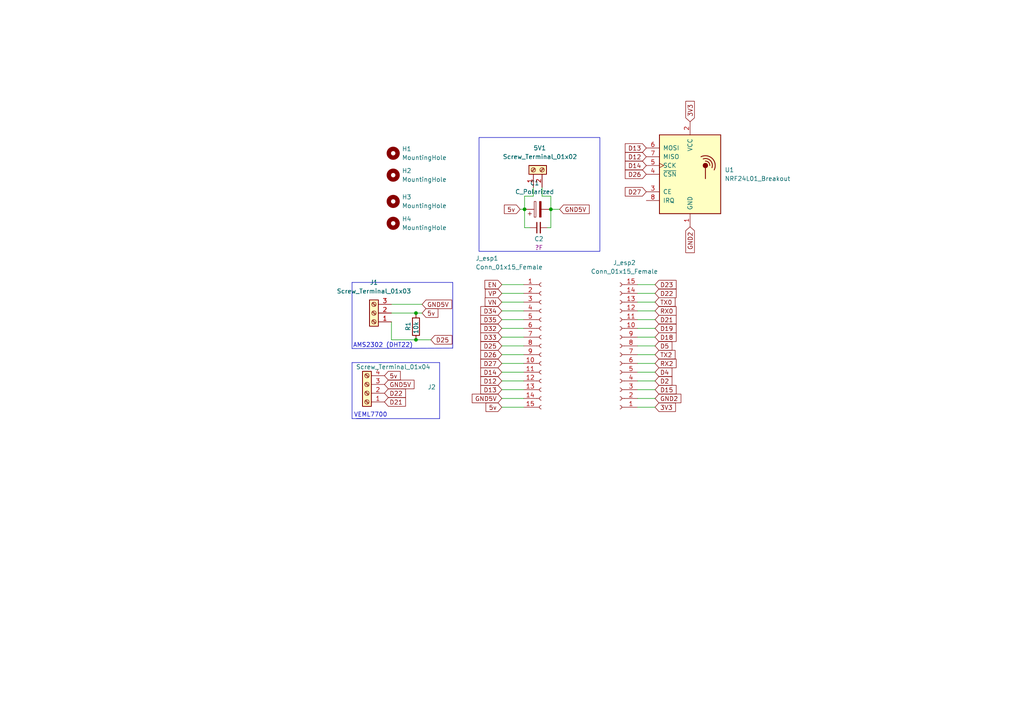
<source format=kicad_sch>
(kicad_sch (version 20230121) (generator eeschema)
  (paper "A4")
  (lib_symbols
    (symbol "Connector:Conn_01x15_Female" (pin_names (offset 1.016) hide)
      (property "Reference" "J" (at 0 20.32 0))
      (property "Value" "Conn_01x15_Female" (at 0 -20.32 0))
      (symbol "Conn_01x15_Female_1_1"
        (arc (start 0 -17.272) (mid -0.5058 -17.78) (end 0 -18.288) (stroke (width 0.1524)))
        (arc (start 0 -14.732) (mid -0.5058 -15.24) (end 0 -15.748) (stroke (width 0.1524)))
        (arc (start 0 -12.192) (mid -0.5058 -12.7) (end 0 -13.208) (stroke (width 0.1524)))
        (arc (start 0 -9.652) (mid -0.5058 -10.16) (end 0 -10.668) (stroke (width 0.1524)))
        (arc (start 0 -7.112) (mid -0.5058 -7.62) (end 0 -8.128) (stroke (width 0.1524)))
        (arc (start 0 -4.572) (mid -0.5058 -5.08) (end 0 -5.588) (stroke (width 0.1524)))
        (arc (start 0 -2.032) (mid -0.5058 -2.54) (end 0 -3.048) (stroke (width 0.1524)))
        (polyline (pts (xy -1.27 -17.78) (xy -0.508 -17.78)) (stroke (width 0.1524)))
        (polyline (pts (xy -1.27 -15.24) (xy -0.508 -15.24)) (stroke (width 0.1524)))
        (polyline (pts (xy -1.27 -12.7) (xy -0.508 -12.7)) (stroke (width 0.1524)))
        (polyline (pts (xy -1.27 -10.16) (xy -0.508 -10.16)) (stroke (width 0.1524)))
        (polyline (pts (xy -1.27 -7.62) (xy -0.508 -7.62)) (stroke (width 0.1524)))
        (polyline (pts (xy -1.27 -5.08) (xy -0.508 -5.08)) (stroke (width 0.1524)))
        (polyline (pts (xy -1.27 -2.54) (xy -0.508 -2.54)) (stroke (width 0.1524)))
        (polyline (pts (xy -1.27 0) (xy -0.508 0)) (stroke (width 0.1524)))
        (polyline (pts (xy -1.27 2.54) (xy -0.508 2.54)) (stroke (width 0.1524)))
        (polyline (pts (xy -1.27 5.08) (xy -0.508 5.08)) (stroke (width 0.1524)))
        (polyline (pts (xy -1.27 7.62) (xy -0.508 7.62)) (stroke (width 0.1524)))
        (polyline (pts (xy -1.27 10.16) (xy -0.508 10.16)) (stroke (width 0.1524)))
        (polyline (pts (xy -1.27 12.7) (xy -0.508 12.7)) (stroke (width 0.1524)))
        (polyline (pts (xy -1.27 15.24) (xy -0.508 15.24)) (stroke (width 0.1524)))
        (polyline (pts (xy -1.27 17.78) (xy -0.508 17.78)) (stroke (width 0.1524)))
        (arc (start 0 0.508) (mid -0.5058 0) (end 0 -0.508) (stroke (width 0.1524)))
        (arc (start 0 3.048) (mid -0.5058 2.54) (end 0 2.032) (stroke (width 0.1524)))
        (arc (start 0 5.588) (mid -0.5058 5.08) (end 0 4.572) (stroke (width 0.1524)))
        (arc (start 0 8.128) (mid -0.5058 7.62) (end 0 7.112) (stroke (width 0.1524)))
        (arc (start 0 10.668) (mid -0.5058 10.16) (end 0 9.652) (stroke (width 0.1524)))
        (arc (start 0 13.208) (mid -0.5058 12.7) (end 0 12.192) (stroke (width 0.1524)))
        (arc (start 0 15.748) (mid -0.5058 15.24) (end 0 14.732) (stroke (width 0.1524)))
        (arc (start 0 18.288) (mid -0.5058 17.78) (end 0 17.272) (stroke (width 0.1524)))
        (pin passive line (at -5.08 17.78 0) (length 3.81) (name "Pin_1") (number "1"))
        (pin passive line (at -5.08 -5.08 0) (length 3.81) (name "Pin_10") (number "10"))
        (pin passive line (at -5.08 -7.62 0) (length 3.81) (name "Pin_11") (number "11"))
        (pin passive line (at -5.08 -10.16 0) (length 3.81) (name "Pin_12") (number "12"))
        (pin passive line (at -5.08 -12.7 0) (length 3.81) (name "Pin_13") (number "13"))
        (pin passive line (at -5.08 -15.24 0) (length 3.81) (name "Pin_14") (number "14"))
        (pin passive line (at -5.08 -17.78 0) (length 3.81) (name "Pin_15") (number "15"))
        (pin passive line (at -5.08 15.24 0) (length 3.81) (name "Pin_2") (number "2"))
        (pin passive line (at -5.08 12.7 0) (length 3.81) (name "Pin_3") (number "3"))
        (pin passive line (at -5.08 10.16 0) (length 3.81) (name "Pin_4") (number "4"))
        (pin passive line (at -5.08 7.62 0) (length 3.81) (name "Pin_5") (number "5"))
        (pin passive line (at -5.08 5.08 0) (length 3.81) (name "Pin_6") (number "6"))
        (pin passive line (at -5.08 2.54 0) (length 3.81) (name "Pin_7") (number "7"))
        (pin passive line (at -5.08 0 0) (length 3.81) (name "Pin_8") (number "8"))
        (pin passive line (at -5.08 -2.54 0) (length 3.81) (name "Pin_9") (number "9"))
      )
    )
    (symbol "Connector:Screw_Terminal_01x02" (pin_names (offset 1.016) hide)
      (property "Reference" "J" (at 0 2.54 0))
      (property "Value" "Screw_Terminal_01x02" (at 0 -5.08 0))
      (symbol "Screw_Terminal_01x02_1_1"
        (rectangle (start -1.27 1.27) (end 1.27 -3.81) (stroke (width 0.254)) (fill (type background)))
        (circle (center 0 -2.54) (radius 0.635) (stroke (width 0.1524)))
        (polyline (pts (xy -0.5334 -2.2098) (xy 0.3302 -3.048)) (stroke (width 0.1524)))
        (polyline (pts (xy -0.5334 0.3302) (xy 0.3302 -0.508)) (stroke (width 0.1524)))
        (polyline (pts (xy -0.3556 -2.032) (xy 0.508 -2.8702)) (stroke (width 0.1524)))
        (polyline (pts (xy -0.3556 0.508) (xy 0.508 -0.3302)) (stroke (width 0.1524)))
        (circle (center 0 0) (radius 0.635) (stroke (width 0.1524)))
        (pin passive line (at -5.08 0 0) (length 3.81) (name "Pin_1") (number "1"))
        (pin passive line (at -5.08 -2.54 0) (length 3.81) (name "Pin_2") (number "2"))
      )
    )
    (symbol "Connector:Screw_Terminal_01x03" (pin_names (offset 1.016) hide)
      (property "Reference" "J" (at 0 5.08 0))
      (property "Value" "Screw_Terminal_01x03" (at 0 -5.08 0))
      (symbol "Screw_Terminal_01x03_1_1"
        (rectangle (start -1.27 3.81) (end 1.27 -3.81) (stroke (width 0.254)) (fill (type background)))
        (circle (center 0 -2.54) (radius 0.635) (stroke (width 0.1524)))
        (polyline (pts (xy -0.5334 -2.2098) (xy 0.3302 -3.048)) (stroke (width 0.1524)))
        (polyline (pts (xy -0.5334 0.3302) (xy 0.3302 -0.508)) (stroke (width 0.1524)))
        (polyline (pts (xy -0.5334 2.8702) (xy 0.3302 2.032)) (stroke (width 0.1524)))
        (polyline (pts (xy -0.3556 -2.032) (xy 0.508 -2.8702)) (stroke (width 0.1524)))
        (polyline (pts (xy -0.3556 0.508) (xy 0.508 -0.3302)) (stroke (width 0.1524)))
        (polyline (pts (xy -0.3556 3.048) (xy 0.508 2.2098)) (stroke (width 0.1524)))
        (circle (center 0 0) (radius 0.635) (stroke (width 0.1524)))
        (circle (center 0 2.54) (radius 0.635) (stroke (width 0.1524)))
        (pin passive line (at -5.08 2.54 0) (length 3.81) (name "Pin_1") (number "1"))
        (pin passive line (at -5.08 0 0) (length 3.81) (name "Pin_2") (number "2"))
        (pin passive line (at -5.08 -2.54 0) (length 3.81) (name "Pin_3") (number "3"))
      )
    )
    (symbol "Connector:Screw_Terminal_01x04" (pin_names (offset 1.016) hide)
      (property "Reference" "J" (at 0 5.08 0))
      (property "Value" "Screw_Terminal_01x04" (at 0 -7.62 0))
      (symbol "Screw_Terminal_01x04_1_1"
        (rectangle (start -1.27 3.81) (end 1.27 -6.35) (stroke (width 0.254)) (fill (type background)))
        (circle (center 0 -5.08) (radius 0.635) (stroke (width 0.1524)))
        (circle (center 0 -2.54) (radius 0.635) (stroke (width 0.1524)))
        (polyline (pts (xy -0.5334 -4.7498) (xy 0.3302 -5.588)) (stroke (width 0.1524)))
        (polyline (pts (xy -0.5334 -2.2098) (xy 0.3302 -3.048)) (stroke (width 0.1524)))
        (polyline (pts (xy -0.5334 0.3302) (xy 0.3302 -0.508)) (stroke (width 0.1524)))
        (polyline (pts (xy -0.5334 2.8702) (xy 0.3302 2.032)) (stroke (width 0.1524)))
        (polyline (pts (xy -0.3556 -4.572) (xy 0.508 -5.4102)) (stroke (width 0.1524)))
        (polyline (pts (xy -0.3556 -2.032) (xy 0.508 -2.8702)) (stroke (width 0.1524)))
        (polyline (pts (xy -0.3556 0.508) (xy 0.508 -0.3302)) (stroke (width 0.1524)))
        (polyline (pts (xy -0.3556 3.048) (xy 0.508 2.2098)) (stroke (width 0.1524)))
        (circle (center 0 0) (radius 0.635) (stroke (width 0.1524)))
        (circle (center 0 2.54) (radius 0.635) (stroke (width 0.1524)))
        (pin passive line (at -5.08 2.54 0) (length 3.81) (name "Pin_1") (number "1"))
        (pin passive line (at -5.08 0 0) (length 3.81) (name "Pin_2") (number "2"))
        (pin passive line (at -5.08 -2.54 0) (length 3.81) (name "Pin_3") (number "3"))
        (pin passive line (at -5.08 -5.08 0) (length 3.81) (name "Pin_4") (number "4"))
      )
    )
    (symbol "Device:C_Polarized" (pin_numbers hide) (pin_names (offset 0.254))
      (property "Reference" "C" (at 0.635 2.54 0))
      (property "Value" "C_Polarized" (at 0.635 -2.54 0))
      (symbol "C_Polarized_0_1"
        (rectangle (start -2.286 0.508) (end 2.286 1.016))
        (polyline (pts (xy -1.778 2.286) (xy -0.762 2.286)))
        (polyline (pts (xy -1.27 2.794) (xy -1.27 1.778)))
        (rectangle (start 2.286 -0.508) (end -2.286 -1.016) (fill (type outline)))
      )
      (symbol "C_Polarized_1_1"
        (pin passive line (at 0 3.81 270) (length 2.794) (name "~") (number "1"))
        (pin passive line (at 0 -3.81 90) (length 2.794) (name "~") (number "2"))
      )
    )
    (symbol "Device:R" (pin_numbers hide) (pin_names (offset 0))
      (property "Reference" "R" (at 2.032 0 90))
      (property "Value" "R" (at 0 0 90))
      (symbol "R_0_1"
        (rectangle (start -1.016 -2.54) (end 1.016 2.54) (stroke (width 0.254)))
      )
      (symbol "R_1_1"
        (pin passive line (at 0 3.81 270) (length 1.27) (name "~") (number "1"))
        (pin passive line (at 0 -3.81 90) (length 1.27) (name "~") (number "2"))
      )
    )
    (symbol "Mechanical:MountingHole" (pin_names (offset 1.016))
      (property "Reference" "H" (at 0 5.08 0))
      (property "Value" "MountingHole" (at 0 3.175 0))
      (symbol "MountingHole_0_1"
        (circle (center 0 0) (radius 1.27) (stroke (width 1.27)))
      )
    )
    (symbol "PCM_4ms_Capacitor:C_Generic" (pin_numbers hide) (pin_names (offset 0.254) hide)
      (property "Reference" "C" (at 1.905 1.016 0))
      (property "Display" "?F" (at 1.905 -1.27 0))
      (symbol "C_Generic_0_1"
        (polyline (pts (xy -1.524 -0.508) (xy 1.524 -0.508)) (stroke (width 0.3302)))
        (polyline (pts (xy -1.524 0.508) (xy 1.524 0.508)) (stroke (width 0.3048)))
      )
      (symbol "C_Generic_1_1"
        (pin passive line (at 0 2.54 270) (length 2.032) (name "~") (number "1"))
        (pin passive line (at 0 -2.54 90) (length 2.032) (name "~") (number "2"))
      )
    )
    (symbol "RF:NRF24L01_Breakout" (pin_names (offset 1.016))
      (property "Reference" "U" (at -8.89 12.7 0))
      (property "Value" "NRF24L01_Breakout" (at 3.81 12.7 0))
      (symbol "NRF24L01_Breakout_0_1"
        (rectangle (start -8.89 11.43) (end 8.89 -11.43) (stroke (width 0.254)) (fill (type background)))
        (polyline (pts (xy 4.445 1.905) (xy 4.445 -1.27)) (stroke (width 0.254)))
        (circle (center 4.445 2.54) (radius 0.635) (stroke (width 0.254)) (fill (type outline)))
        (arc (start 5.715 2.54) (mid 5.3521 3.4546) (end 4.445 3.81) (stroke (width 0.254)))
        (arc (start 6.35 1.905) (mid 5.8763 3.9854) (end 3.81 4.445) (stroke (width 0.254)))
        (arc (start 6.985 1.27) (mid 6.453 4.548) (end 3.175 5.08) (stroke (width 0.254)))
      )
      (symbol "NRF24L01_Breakout_1_1"
        (pin power_in line (at 0 -15.24 90) (length 3.81) (name "GND") (number "1"))
        (pin power_in line (at 0 15.24 270) (length 3.81) (name "VCC") (number "2"))
        (pin input line (at -12.7 -5.08 0) (length 3.81) (name "CE") (number "3"))
        (pin input line (at -12.7 0 0) (length 3.81) (name "~{CSN}") (number "4"))
        (pin input clock (at -12.7 2.54 0) (length 3.81) (name "SCK") (number "5"))
        (pin input line (at -12.7 7.62 0) (length 3.81) (name "MOSI") (number "6"))
        (pin output line (at -12.7 5.08 0) (length 3.81) (name "MISO") (number "7"))
        (pin output line (at -12.7 -7.62 0) (length 3.81) (name "IRQ") (number "8"))
      )
    )
  )
  (junction (at 159.766 60.706))
  (junction (at 152.146 60.706))
  (junction (at 120.65 98.552))
  (junction (at 120.65 90.805))
  (wire (pts (xy 113.538 93.345) (xy 113.538 98.552)))
  (wire (pts (xy 184.912 100.33) (xy 189.992 100.33)))
  (polyline (pts (xy 131.318 100.965) (xy 102.108 101.092)))
  (wire (pts (xy 145.542 102.87) (xy 151.892 102.87)))
  (wire (pts (xy 184.912 97.79) (xy 189.992 97.79)))
  (wire (pts (xy 120.65 90.805) (xy 122.428 90.805)))
  (polyline (pts (xy 102.108 101.092) (xy 102.108 81.915)))
  (wire (pts (xy 184.912 85.09) (xy 189.992 85.09)))
  (wire (pts (xy 145.542 85.09) (xy 151.892 85.09)))
  (wire (pts (xy 184.912 87.63) (xy 189.992 87.63)))
  (polyline (pts (xy 102.108 121.412) (xy 107.188 121.412)))
  (wire (pts (xy 184.912 90.17) (xy 189.992 90.17)))
  (wire (pts (xy 145.542 100.33) (xy 151.892 100.33)))
  (polyline (pts (xy 127.508 121.412) (xy 127.508 105.156)))
  (wire (pts (xy 184.912 110.49) (xy 189.992 110.49)))
  (wire (pts (xy 145.542 92.71) (xy 151.892 92.71)))
  (wire (pts (xy 159.766 60.706) (xy 159.766 66.04)))
  (wire (pts (xy 113.538 98.552) (xy 120.65 98.552)))
  (wire (pts (xy 145.542 95.25) (xy 151.892 95.25)))
  (wire (pts (xy 184.912 102.87) (xy 189.992 102.87)))
  (wire (pts (xy 184.912 82.55) (xy 189.992 82.55)))
  (wire (pts (xy 158.75 66.04) (xy 159.766 66.04)))
  (wire (pts (xy 145.542 87.63) (xy 151.892 87.63)))
  (wire (pts (xy 145.542 118.11) (xy 151.892 118.11)))
  (wire (pts (xy 150.876 60.706) (xy 152.146 60.706)))
  (wire (pts (xy 145.542 105.41) (xy 151.892 105.41)))
  (wire (pts (xy 152.146 56.896) (xy 152.146 60.706)))
  (wire (pts (xy 113.538 90.805) (xy 120.65 90.805)))
  (wire (pts (xy 145.542 107.95) (xy 151.892 107.95)))
  (wire (pts (xy 145.542 115.57) (xy 151.892 115.57)))
  (wire (pts (xy 184.912 92.71) (xy 189.992 92.71)))
  (wire (pts (xy 145.542 82.55) (xy 151.892 82.55)))
  (wire (pts (xy 113.538 88.265) (xy 122.428 88.265)))
  (wire (pts (xy 145.542 97.79) (xy 151.892 97.79)))
  (wire (pts (xy 152.146 66.04) (xy 153.67 66.04)))
  (polyline (pts (xy 102.108 105.156) (xy 102.108 121.412)))
  (wire (pts (xy 120.65 98.552) (xy 124.968 98.552)))
  (wire (pts (xy 184.912 115.57) (xy 189.992 115.57)))
  (wire (pts (xy 159.766 56.896) (xy 159.766 60.706)))
  (wire (pts (xy 184.912 118.11) (xy 189.992 118.11)))
  (wire (pts (xy 152.146 60.706) (xy 152.146 66.04)))
  (wire (pts (xy 145.542 90.17) (xy 151.892 90.17)))
  (wire (pts (xy 184.912 107.95) (xy 189.992 107.95)))
  (wire (pts (xy 120.65 90.932) (xy 120.65 90.805)))
  (wire (pts (xy 157.226 54.356) (xy 157.226 56.896)))
  (wire (pts (xy 184.912 105.41) (xy 189.992 105.41)))
  (polyline (pts (xy 131.318 81.915) (xy 131.318 100.965)))
  (wire (pts (xy 184.912 95.25) (xy 189.992 95.25)))
  (polyline (pts (xy 102.108 81.915) (xy 131.318 81.915)))
  (wire (pts (xy 184.912 113.03) (xy 189.992 113.03)))
  (polyline (pts (xy 103.378 121.412) (xy 127.508 121.412)))
  (polyline (pts (xy 127.508 105.156) (xy 102.108 105.156)))
  (wire (pts (xy 145.542 110.49) (xy 151.892 110.49)))
  (wire (pts (xy 157.226 56.896) (xy 159.766 56.896)))
  (wire (pts (xy 162.306 60.706) (xy 159.766 60.706)))
  (wire (pts (xy 154.686 56.896) (xy 152.146 56.896)))
  (wire (pts (xy 154.686 54.356) (xy 154.686 56.896)))
  (wire (pts (xy 145.542 113.03) (xy 151.892 113.03)))
  (rectangle (start 138.938 39.878) (end 173.99 72.898))
  (text "AMS2302 (DHT22)" (at 102.362 100.965 0) (effects (font (size 1.27 1.27)) (justify left bottom)))
  (text "VEML7700" (at 102.616 121.158 0) (effects (font (size 1.27 1.27)) (justify left bottom)))
  (global_label "D22" (shape input) (at 189.992 85.09 0) (property "Intersheetrefs" "${INTERSHEET_REFS}" (effects hide)))
  (global_label "D32" (shape input) (at 145.542 95.25 180) (property "Intersheetrefs" "${INTERSHEET_REFS}" (effects hide)))
  (global_label "D19" (shape input) (at 189.992 95.25 0) (property "Intersheetrefs" "${INTERSHEET_REFS}" (effects hide)))
  (global_label "5v" (shape input) (at 150.876 60.706 180) (property "Intersheetrefs" "${INTERSHEET_REFS}" (effects hide)))
  (global_label "D35" (shape input) (at 145.542 92.71 180) (property "Intersheetrefs" "${INTERSHEET_REFS}" (effects hide)))
  (global_label "D22" (shape input) (at 111.506 114.046 0) (property "Intersheetrefs" "${INTERSHEET_REFS}" (effects hide)))
  (global_label "GND2" (shape input) (at 189.992 115.57 0) (property "Intersheetrefs" "${INTERSHEET_REFS}" (effects hide)))
  (global_label "D14" (shape input) (at 145.542 107.95 180) (property "Intersheetrefs" "${INTERSHEET_REFS}" (effects hide)))
  (global_label "D2" (shape input) (at 189.992 110.49 0) (property "Intersheetrefs" "${INTERSHEET_REFS}" (effects hide)))
  (global_label "VP" (shape input) (at 145.542 85.09 180) (property "Intersheetrefs" "${INTERSHEET_REFS}" (effects hide)))
  (global_label "D25" (shape input) (at 124.968 98.552 0) (property "Intersheetrefs" "${INTERSHEET_REFS}" (effects hide)))
  (global_label "D27" (shape input) (at 187.452 55.626 180) (property "Intersheetrefs" "${INTERSHEET_REFS}" (effects hide)))
  (global_label "GND5V" (shape input) (at 145.542 115.57 180) (property "Intersheetrefs" "${INTERSHEET_REFS}" (effects hide)))
  (global_label "D23" (shape input) (at 189.992 82.55 0) (property "Intersheetrefs" "${INTERSHEET_REFS}" (effects hide)))
  (global_label "D13" (shape input) (at 187.452 42.926 180) (property "Intersheetrefs" "${INTERSHEET_REFS}" (effects hide)))
  (global_label "D12" (shape input) (at 187.452 45.466 180) (property "Intersheetrefs" "${INTERSHEET_REFS}" (effects hide)))
  (global_label "D18" (shape input) (at 189.992 97.79 0) (property "Intersheetrefs" "${INTERSHEET_REFS}" (effects hide)))
  (global_label "TX0" (shape input) (at 189.992 87.63 0) (property "Intersheetrefs" "${INTERSHEET_REFS}" (effects hide)))
  (global_label "3V3" (shape input) (at 189.992 118.11 0) (property "Intersheetrefs" "${INTERSHEET_REFS}" (effects hide)))
  (global_label "RX2" (shape input) (at 189.992 105.41 0) (property "Intersheetrefs" "${INTERSHEET_REFS}" (effects hide)))
  (global_label "D21" (shape input) (at 111.506 116.586 0) (property "Intersheetrefs" "${INTERSHEET_REFS}" (effects hide)))
  (global_label "D25" (shape input) (at 145.542 100.33 180) (property "Intersheetrefs" "${INTERSHEET_REFS}" (effects hide)))
  (global_label "GND5V" (shape input) (at 122.428 88.265 0) (property "Intersheetrefs" "${INTERSHEET_REFS}" (effects hide)))
  (global_label "D26" (shape input) (at 145.542 102.87 180) (property "Intersheetrefs" "${INTERSHEET_REFS}" (effects hide)))
  (global_label "D21" (shape input) (at 189.992 92.71 0) (property "Intersheetrefs" "${INTERSHEET_REFS}" (effects hide)))
  (global_label "EN" (shape input) (at 145.542 82.55 180) (property "Intersheetrefs" "${INTERSHEET_REFS}" (effects hide)))
  (global_label "D14" (shape input) (at 187.452 48.006 180) (property "Intersheetrefs" "${INTERSHEET_REFS}" (effects hide)))
  (global_label "D27" (shape input) (at 145.542 105.41 180) (property "Intersheetrefs" "${INTERSHEET_REFS}" (effects hide)))
  (global_label "D4" (shape input) (at 189.992 107.95 0) (property "Intersheetrefs" "${INTERSHEET_REFS}" (effects hide)))
  (global_label "3V3" (shape input) (at 200.152 35.306 90) (property "Intersheetrefs" "${INTERSHEET_REFS}" (effects hide)))
  (global_label "GND5V" (shape input) (at 162.306 60.706 0) (property "Intersheetrefs" "${INTERSHEET_REFS}" (effects hide)))
  (global_label "5v" (shape input) (at 122.428 90.805 0) (property "Intersheetrefs" "${INTERSHEET_REFS}" (effects hide)))
  (global_label "D13" (shape input) (at 145.542 113.03 180) (property "Intersheetrefs" "${INTERSHEET_REFS}" (effects hide)))
  (global_label "D15" (shape input) (at 189.992 113.03 0) (property "Intersheetrefs" "${INTERSHEET_REFS}" (effects hide)))
  (global_label "D34" (shape input) (at 145.542 90.17 180) (property "Intersheetrefs" "${INTERSHEET_REFS}" (effects hide)))
  (global_label "5v" (shape input) (at 145.542 118.11 180) (property "Intersheetrefs" "${INTERSHEET_REFS}" (effects hide)))
  (global_label "RX0" (shape input) (at 189.992 90.17 0) (property "Intersheetrefs" "${INTERSHEET_REFS}" (effects hide)))
  (global_label "TX2" (shape input) (at 189.992 102.87 0) (property "Intersheetrefs" "${INTERSHEET_REFS}" (effects hide)))
  (global_label "D12" (shape input) (at 145.542 110.49 180) (property "Intersheetrefs" "${INTERSHEET_REFS}" (effects hide)))
  (global_label "5v" (shape input) (at 111.506 108.966 0) (property "Intersheetrefs" "${INTERSHEET_REFS}" (effects hide)))
  (global_label "GND5V" (shape input) (at 111.506 111.506 0) (property "Intersheetrefs" "${INTERSHEET_REFS}" (effects hide)))
  (global_label "VN" (shape input) (at 145.542 87.63 180) (property "Intersheetrefs" "${INTERSHEET_REFS}" (effects hide)))
  (global_label "GND2" (shape input) (at 200.152 65.786 270) (property "Intersheetrefs" "${INTERSHEET_REFS}" (effects hide)))
  (global_label "D5" (shape input) (at 189.992 100.33 0) (property "Intersheetrefs" "${INTERSHEET_REFS}" (effects hide)))
  (global_label "D33" (shape input) (at 145.542 97.79 180) (property "Intersheetrefs" "${INTERSHEET_REFS}" (effects hide)))
  (global_label "D26" (shape input) (at 187.452 50.546 180) (property "Intersheetrefs" "${INTERSHEET_REFS}" (effects hide)))
  (symbol (lib_id "PCM_4ms_Capacitor:C_Generic") (at 156.21 66.04 90) (unit 1)
    (property "Reference" "C2" (at 156.3116 69.2912 90))
    (property "Value" "C_Generic" (effects hide))
    (property "Footprint" "Capacitor_THT:C_Disc_D5.0mm_W2.5mm_P2.50mm" (effects hide))
    (property "Display" "?F" (at 156.3116 71.8312 90))
  )
  (symbol (lib_id "Device:R") (at 120.65 94.742 0) (unit 1)
    (property "Reference" "R1" (at 118.364 96.012 90) (effects (justify left)))
    (property "Value" "10k" (at 120.65 96.901 90) (effects (justify left)))
    (property "Footprint" "Resistor_THT:R_Axial_DIN0204_L3.6mm_D1.6mm_P2.54mm_Vertical" (effects hide))
  )
  (symbol (lib_id "Connector:Screw_Terminal_01x04") (at 106.426 114.046 180) (unit 1)
    (property "Reference" "J2" (at 125.222 112.268 0))
    (property "Value" "Screw_Terminal_01x04" (at 114.046 106.426 0))
    (property "Footprint" "TerminalBlock:TerminalBlock_Altech_AK300-4_P5.00mm" (effects hide))
  )
  (symbol (lib_id "Device:C_Polarized") (at 155.956 60.706 90) (unit 1)
    (property "Reference" "C1" (at 155.067 53.086 90))
    (property "Value" "C_Polarized" (at 155.067 55.626 90))
    (property "Footprint" "Capacitor_THT:CP_Radial_D5.0mm_P2.50mm" (effects hide))
  )
  (symbol (lib_id "Mechanical:MountingHole") (at 114.046 58.42 0) (unit 1)
    (property "Reference" "H3" (at 116.586 57.1499 0) (effects (justify left)))
    (property "Value" "MountingHole" (at 116.586 59.6899 0) (effects (justify left)))
    (property "Footprint" "MountingHole:MountingHole_2.7mm_M2.5_Pad" (effects hide))
  )
  (symbol (lib_id "Connector:Conn_01x15_Female") (at 179.832 100.33 180) (unit 1)
    (property "Reference" "J_esp2" (at 181.102 76.2 0))
    (property "Value" "Conn_01x15_Female" (at 181.102 78.74 0))
    (property "Footprint" "esp32:Connector_Molex_Molex_SL_171971-0015_1x15_P2.54mm_Vertical_squares" (effects hide))
  )
  (symbol (lib_id "Mechanical:MountingHole") (at 114.046 50.8 0) (unit 1)
    (property "Reference" "H2" (at 116.586 49.5299 0) (effects (justify left)))
    (property "Value" "MountingHole" (at 116.586 52.0699 0) (effects (justify left)))
    (property "Footprint" "MountingHole:MountingHole_2.7mm_M2.5_Pad" (effects hide))
  )
  (symbol (lib_id "RF:NRF24L01_Breakout") (at 200.152 50.546 0) (unit 1)
    (property "Reference" "U1" (at 210.185 49.2759 0) (effects (justify left)))
    (property "Value" "NRF24L01_Breakout" (at 210.185 51.8159 0) (effects (justify left)))
    (property "Footprint" "RF_Module:nRF24L01_Breakout" (effects hide))
    (property "Datasheet" "http://www.nordicsemi.com/eng/content/download/2730/34105/file/nRF24L01_Product_Specification_v2_0.pdf" (effects hide))
  )
  (symbol (lib_id "Mechanical:MountingHole") (at 114.046 44.45 0) (unit 1)
    (property "Reference" "H1" (at 116.586 43.1799 0) (effects (justify left)))
    (property "Value" "MountingHole" (at 116.586 45.7199 0) (effects (justify left)))
    (property "Footprint" "MountingHole:MountingHole_2.7mm_M2.5_Pad" (effects hide))
  )
  (symbol (lib_id "Connector:Screw_Terminal_01x03") (at 108.458 90.805 180) (unit 1)
    (property "Reference" "J1" (at 108.458 81.915 0))
    (property "Value" "Screw_Terminal_01x03" (at 108.458 84.455 0))
    (property "Footprint" "TerminalBlock_Altech:Altech_AK300_1x03_P5.00mm_45-Degree" (effects hide))
  )
  (symbol (lib_id "Connector:Conn_01x15_Female") (at 156.972 100.33 0) (unit 1)
    (property "Reference" "J_esp1" (at 137.922 74.93 0) (effects (justify left)))
    (property "Value" "Conn_01x15_Female" (at 137.922 77.47 0) (effects (justify left)))
    (property "Footprint" "esp32:Connector_Molex_Molex_SL_171971-0015_1x15_P2.54mm_Vertical_squares" (effects hide))
  )
  (symbol (lib_id "Connector:Screw_Terminal_01x02") (at 154.686 49.276 90) (unit 1)
    (property "Reference" "5V1" (at 154.686 42.926 90) (effects (justify right)))
    (property "Value" "Screw_Terminal_01x02" (at 145.796 45.466 90) (effects (justify right)))
    (property "Footprint" "TerminalBlock:TerminalBlock_Altech_AK300-2_P5.00mm" (effects hide))
  )
  (symbol (lib_id "Mechanical:MountingHole") (at 114.046 64.77 0) (unit 1)
    (property "Reference" "H4" (at 116.586 63.4999 0) (effects (justify left)))
    (property "Value" "MountingHole" (at 116.586 66.0399 0) (effects (justify left)))
    (property "Footprint" "MountingHole:MountingHole_2.7mm_M2.5_Pad" (effects hide))
  )
)
</source>
